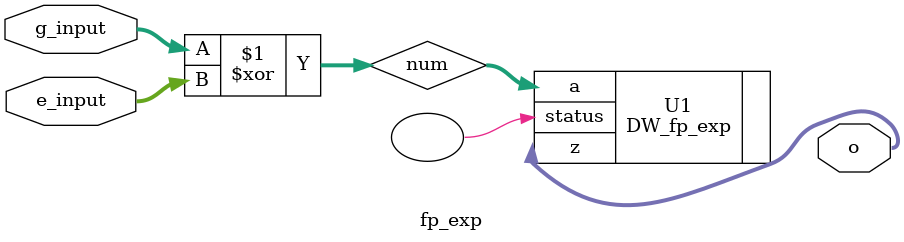
<source format=v>
module fp_exp (g_input, e_input, o);

parameter sig_width = 23;
parameter exp_width = 8;
parameter ieee_compliance = 0;
parameter extra_prec = 0;
parameter arch = 2;

input  [sig_width+exp_width : 0] g_input;
input  [sig_width+exp_width : 0] e_input;
wire   [sig_width+exp_width : 0] num;
output [sig_width+exp_width : 0] o;

assign num = g_input ^ e_input;

    // Instance of DW_fp_log2
    DW_fp_exp #(sig_width, exp_width, ieee_compliance, extra_prec, arch)
	  U1 ( .a(num), .z(o), .status() );

endmodule

</source>
